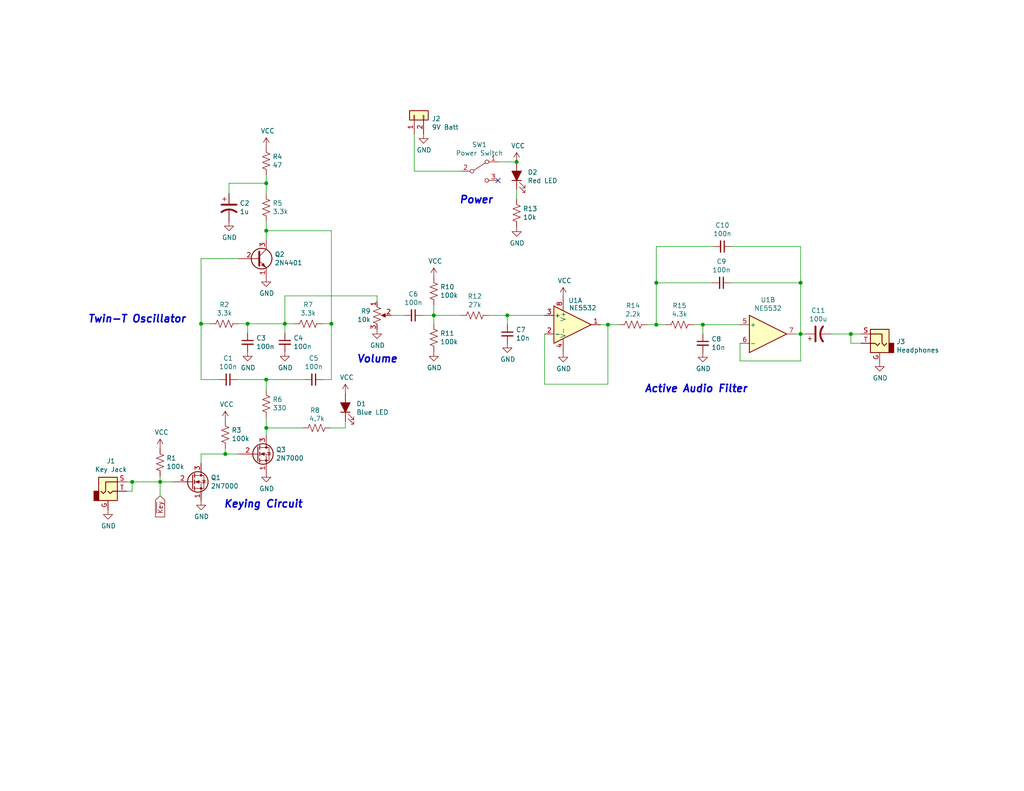
<source format=kicad_sch>
(kicad_sch (version 20230121) (generator eeschema)
  (paper "USLetter")
  (title_block (title "Twin-T Code Practice Oscillator") (date "2021-05-17") (rev "A") (company "Etherkit") (comment 4 "Creative Commons 4.0 CC-BY-SA"))
  (lib_symbols
    (symbol "Amplifier_Operational:NE5532" (pin_names (offset 0.127))
      (property "Reference" "U" (at 0 5.08 0))
      (property "Value" "NE5532" (at 0 -5.08 0))
      (symbol "NE5532_1_1"
        (polyline (pts (xy -5.08 5.08) (xy 5.08 0) (xy -5.08 -5.08) (xy -5.08 5.08)) (stroke (width 0.254)) (fill (type background)))
        (pin output line (at 7.62 0 180) (length 2.54) (name "~") (number "1"))
        (pin input line (at -7.62 -2.54 0) (length 2.54) (name "-") (number "2"))
        (pin input line (at -7.62 2.54 0) (length 2.54) (name "+") (number "3"))
      )
      (symbol "NE5532_2_1"
        (polyline (pts (xy -5.08 5.08) (xy 5.08 0) (xy -5.08 -5.08) (xy -5.08 5.08)) (stroke (width 0.254)) (fill (type background)))
        (pin input line (at -7.62 2.54 0) (length 2.54) (name "+") (number "5"))
        (pin input line (at -7.62 -2.54 0) (length 2.54) (name "-") (number "6"))
        (pin output line (at 7.62 0 180) (length 2.54) (name "~") (number "7"))
      )
      (symbol "NE5532_3_1"
        (pin power_in line (at -2.54 -7.62 90) (length 3.81) (name "V-") (number "4"))
        (pin power_in line (at -2.54 7.62 270) (length 3.81) (name "V+") (number "8"))
      )
    )
    (symbol "Connector_Generic:Conn_01x02" (pin_names (offset 1.016) hide)
      (property "Reference" "J" (at 0 2.54 0))
      (property "Value" "Conn_01x02" (at 0 -5.08 0))
      (symbol "Conn_01x02_1_1"
        (rectangle (start -1.27 -2.413) (end 0 -2.667) (stroke (width 0.1524)))
        (rectangle (start -1.27 0.127) (end 0 -0.127) (stroke (width 0.1524)))
        (rectangle (start -1.27 1.27) (end 1.27 -3.81) (stroke (width 0.254)) (fill (type background)))
        (pin passive line (at -5.08 0 0) (length 3.81) (name "Pin_1") (number "1"))
        (pin passive line (at -5.08 -2.54 0) (length 3.81) (name "Pin_2") (number "2"))
      )
    )
    (symbol "Device:C_Small" (pin_numbers hide) (pin_names (offset 0.254) hide)
      (property "Reference" "C" (at 0.254 1.778 0))
      (property "Value" "C_Small" (at 0.254 -2.032 0))
      (symbol "C_Small_0_1"
        (polyline (pts (xy -1.524 -0.508) (xy 1.524 -0.508)) (stroke (width 0.3302)))
        (polyline (pts (xy -1.524 0.508) (xy 1.524 0.508)) (stroke (width 0.3048)))
      )
      (symbol "C_Small_1_1"
        (pin passive line (at 0 2.54 270) (length 2.032) (name "~") (number "1"))
        (pin passive line (at 0 -2.54 90) (length 2.032) (name "~") (number "2"))
      )
    )
    (symbol "Device:Q_NMOS_SGD" (pin_names (offset 0) hide)
      (property "Reference" "Q" (at 5.08 1.27 0))
      (property "Value" "Q_NMOS_SGD" (at 5.08 -1.27 0))
      (symbol "Q_NMOS_SGD_0_1"
        (polyline (pts (xy 0.254 0) (xy -2.54 0)))
        (polyline (pts (xy 0.254 1.905) (xy 0.254 -1.905)) (stroke (width 0.254)))
        (polyline (pts (xy 0.762 -1.27) (xy 0.762 -2.286)) (stroke (width 0.254)))
        (polyline (pts (xy 0.762 0.508) (xy 0.762 -0.508)) (stroke (width 0.254)))
        (polyline (pts (xy 0.762 2.286) (xy 0.762 1.27)) (stroke (width 0.254)))
        (polyline (pts (xy 2.54 2.54) (xy 2.54 1.778)))
        (polyline (pts (xy 2.54 -2.54) (xy 2.54 0) (xy 0.762 0)))
        (polyline (pts (xy 0.762 -1.778) (xy 3.302 -1.778) (xy 3.302 1.778) (xy 0.762 1.778)))
        (polyline (pts (xy 1.016 0) (xy 2.032 0.381) (xy 2.032 -0.381) (xy 1.016 0)) (fill (type outline)))
        (polyline (pts (xy 2.794 0.508) (xy 2.921 0.381) (xy 3.683 0.381) (xy 3.81 0.254)))
        (polyline (pts (xy 3.302 0.381) (xy 2.921 -0.254) (xy 3.683 -0.254) (xy 3.302 0.381)))
        (circle (center 1.651 0) (radius 2.794) (stroke (width 0.254)))
        (circle (center 2.54 -1.778) (radius 0.254) (fill (type outline)))
        (circle (center 2.54 1.778) (radius 0.254) (fill (type outline)))
      )
      (symbol "Q_NMOS_SGD_1_1"
        (pin passive line (at 2.54 -5.08 90) (length 2.54) (name "S") (number "1"))
        (pin input line (at -5.08 0 0) (length 5.08) (name "G") (number "2"))
        (pin passive line (at 2.54 5.08 270) (length 2.54) (name "D") (number "3"))
      )
    )
    (symbol "Device:Q_NPN_EBC" (pin_names (offset 0) hide)
      (property "Reference" "Q" (at 5.08 1.27 0))
      (property "Value" "Q_NPN_EBC" (at 5.08 -1.27 0))
      (symbol "Q_NPN_EBC_0_1"
        (polyline (pts (xy 0.635 0.635) (xy 2.54 2.54)))
        (polyline (pts (xy 0.635 -0.635) (xy 2.54 -2.54) (xy 2.54 -2.54)))
        (polyline (pts (xy 0.635 1.905) (xy 0.635 -1.905) (xy 0.635 -1.905)) (stroke (width 0.508)))
        (polyline (pts (xy 1.27 -1.778) (xy 1.778 -1.27) (xy 2.286 -2.286) (xy 1.27 -1.778) (xy 1.27 -1.778)) (fill (type outline)))
        (circle (center 1.27 0) (radius 2.8194) (stroke (width 0.254)))
      )
      (symbol "Q_NPN_EBC_1_1"
        (pin passive line (at 2.54 -5.08 90) (length 2.54) (name "E") (number "1"))
        (pin passive line (at -5.08 0 0) (length 5.715) (name "B") (number "2"))
        (pin passive line (at 2.54 5.08 270) (length 2.54) (name "C") (number "3"))
      )
    )
    (symbol "Device:R_US" (pin_numbers hide) (pin_names (offset 0))
      (property "Reference" "R" (at 2.54 0 90))
      (property "Value" "R_US" (at -2.54 0 90))
      (symbol "R_US_0_1"
        (polyline (pts (xy 0 -2.286) (xy 0 -2.54)))
        (polyline (pts (xy 0 2.286) (xy 0 2.54)))
        (polyline (pts (xy 0 -0.762) (xy 1.016 -1.143) (xy 0 -1.524) (xy -1.016 -1.905) (xy 0 -2.286)))
        (polyline (pts (xy 0 0.762) (xy 1.016 0.381) (xy 0 0) (xy -1.016 -0.381) (xy 0 -0.762)))
        (polyline (pts (xy 0 2.286) (xy 1.016 1.905) (xy 0 1.524) (xy -1.016 1.143) (xy 0 0.762)))
      )
      (symbol "R_US_1_1"
        (pin passive line (at 0 3.81 270) (length 1.27) (name "~") (number "1"))
        (pin passive line (at 0 -3.81 90) (length 1.27) (name "~") (number "2"))
      )
    )
    (symbol "Switch:SW_SPDT" (pin_names (offset 0) hide)
      (property "Reference" "SW" (at 0 4.318 0))
      (property "Value" "SW_SPDT" (at 0 -5.08 0))
      (symbol "SW_SPDT_0_0"
        (circle (center -2.032 0) (radius 0.508))
        (circle (center 2.032 -2.54) (radius 0.508))
      )
      (symbol "SW_SPDT_0_1"
        (polyline (pts (xy -1.524 0.254) (xy 1.651 2.286)))
        (circle (center 2.032 2.54) (radius 0.508))
      )
      (symbol "SW_SPDT_1_1"
        (pin passive line (at 5.08 2.54 180) (length 2.54) (name "A") (number "1"))
        (pin passive line (at -5.08 0 0) (length 2.54) (name "B") (number "2"))
        (pin passive line (at 5.08 -2.54 180) (length 2.54) (name "C") (number "3"))
      )
    )
    (symbol "TwinTCPO-rescue:AudioJack2_Ground-Connector"
      (property "Reference" "J" (at 0 8.89 0))
      (property "Value" "Connector_AudioJack2_Ground" (at 0 6.35 0))
      (symbol "AudioJack2_Ground-Connector_0_1"
        (rectangle (start -2.54 -2.54) (end -3.81 0) (stroke (width 0.254)) (fill (type outline)))
        (polyline (pts (xy 0 0) (xy 0.635 -0.635) (xy 1.27 0) (xy 2.54 0)) (stroke (width 0.254)))
        (polyline (pts (xy 2.54 2.54) (xy -0.635 2.54) (xy -0.635 0) (xy -1.27 -0.635) (xy -1.905 0)) (stroke (width 0.254)))
        (rectangle (start 2.54 3.81) (end -2.54 -2.54) (stroke (width 0.254)) (fill (type background)))
      )
      (symbol "AudioJack2_Ground-Connector_1_1"
        (pin passive line (at 0 -5.08 90) (length 2.54) (name "~") (number "G"))
        (pin passive line (at 5.08 2.54 180) (length 2.54) (name "~") (number "S"))
        (pin passive line (at 5.08 0 180) (length 2.54) (name "~") (number "T"))
      )
    )
    (symbol "TwinTCPO-rescue:CP1-Device" (pin_numbers hide) (pin_names (offset 0.254) hide)
      (property "Reference" "C" (at 0.635 2.54 0))
      (property "Value" "Device_CP1" (at 0.635 -2.54 0))
      (symbol "CP1-Device_0_1"
        (polyline (pts (xy -2.032 0.762) (xy 2.032 0.762)) (stroke (width 0.508)))
        (polyline (pts (xy -1.778 2.286) (xy -0.762 2.286)))
        (polyline (pts (xy -1.27 1.778) (xy -1.27 2.794)))
        (arc (start 2.032 -1.27) (mid 0 -0.5572) (end -2.032 -1.27) (stroke (width 0.508)))
      )
      (symbol "CP1-Device_1_1"
        (pin passive line (at 0 3.81 270) (length 2.794) (name "~") (number "1"))
        (pin passive line (at 0 -3.81 90) (length 3.302) (name "~") (number "2"))
      )
    )
    (symbol "TwinTCPO-rescue:LED_ALT-Device" (pin_numbers hide) (pin_names (offset 1.016) hide)
      (property "Reference" "D" (at 0 2.54 0))
      (property "Value" "Device_LED_ALT" (at 0 -2.54 0))
      (symbol "LED_ALT-Device_0_1"
        (polyline (pts (xy -1.27 -1.27) (xy -1.27 1.27)) (stroke (width 0.254)))
        (polyline (pts (xy -1.27 0) (xy 1.27 0)))
        (polyline (pts (xy 1.27 -1.27) (xy 1.27 1.27) (xy -1.27 0) (xy 1.27 -1.27)) (stroke (width 0.254)) (fill (type outline)))
        (polyline (pts (xy -3.048 -0.762) (xy -4.572 -2.286) (xy -3.81 -2.286) (xy -4.572 -2.286) (xy -4.572 -1.524)))
        (polyline (pts (xy -1.778 -0.762) (xy -3.302 -2.286) (xy -2.54 -2.286) (xy -3.302 -2.286) (xy -3.302 -1.524)))
      )
      (symbol "LED_ALT-Device_1_1"
        (pin passive line (at -3.81 0 0) (length 2.54) (name "K") (number "1"))
        (pin passive line (at 3.81 0 180) (length 2.54) (name "A") (number "2"))
      )
    )
    (symbol "TwinTCPO-rescue:R_POT_US-Device" (pin_names (offset 1.016) hide)
      (property "Reference" "RV" (at -4.445 0 90))
      (property "Value" "Device_R_POT_US" (at -2.54 0 90))
      (symbol "R_POT_US-Device_0_1"
        (polyline (pts (xy 0 -2.286) (xy 0 -2.54)))
        (polyline (pts (xy 0 2.54) (xy 0 2.286)))
        (polyline (pts (xy 2.54 0) (xy 1.524 0)))
        (polyline (pts (xy 1.143 0) (xy 2.286 0.508) (xy 2.286 -0.508) (xy 1.143 0)) (fill (type outline)))
        (polyline (pts (xy 0 -0.762) (xy 1.016 -1.143) (xy 0 -1.524) (xy -1.016 -1.905) (xy 0 -2.286)))
        (polyline (pts (xy 0 0.762) (xy 1.016 0.381) (xy 0 0) (xy -1.016 -0.381) (xy 0 -0.762)))
        (polyline (pts (xy 0 2.286) (xy 1.016 1.905) (xy 0 1.524) (xy -1.016 1.143) (xy 0 0.762)))
      )
      (symbol "R_POT_US-Device_1_1"
        (pin passive line (at 0 3.81 270) (length 1.27) (name "1") (number "1"))
        (pin passive line (at 3.81 0 180) (length 1.27) (name "2") (number "2"))
        (pin passive line (at 0 -3.81 90) (length 1.27) (name "3") (number "3"))
      )
    )
    (symbol "power:GND" (power) (pin_names (offset 0))
      (property "Value" "GND" (at 0 -3.81 0))
      (symbol "GND_0_1"
        (polyline (pts (xy 0 0) (xy 0 -1.27) (xy 1.27 -1.27) (xy 0 -2.54) (xy -1.27 -1.27) (xy 0 -1.27)))
      )
      (symbol "GND_1_1"
        (pin power_in line (at 0 0 270) (length 0) hide (name "GND") (number "1"))
      )
    )
    (symbol "power:VCC" (power) (pin_names (offset 0))
      (property "Value" "VCC" (at 0 3.81 0))
      (symbol "VCC_0_1"
        (polyline (pts (xy -0.762 1.27) (xy 0 2.54)))
        (polyline (pts (xy 0 0) (xy 0 2.54)))
        (polyline (pts (xy 0 2.54) (xy 0.762 1.27)))
      )
      (symbol "VCC_1_1"
        (pin power_in line (at 0 0 90) (length 0) hide (name "VCC") (number "1"))
      )
    )
  )
  (junction (at 218.44 77.216))
  (junction (at 165.862 88.646))
  (junction (at 138.43 86.106))
  (junction (at 61.468 123.952))
  (junction (at 140.97 44.196))
  (junction (at 232.156 91.186))
  (junction (at 179.07 77.216))
  (junction (at 72.644 103.632))
  (junction (at 77.724 88.392))
  (junction (at 218.44 91.186))
  (junction (at 43.688 131.572))
  (junction (at 118.364 86.106))
  (junction (at 72.644 50.038))
  (junction (at 36.068 131.572))
  (junction (at 90.424 88.392))
  (junction (at 179.07 88.646))
  (junction (at 54.864 88.392))
  (junction (at 67.564 88.392))
  (junction (at 72.644 116.84))
  (junction (at 191.77 88.646))
  (junction (at 72.644 62.992))
  (no_connect (at 135.89 49.276))
  (wire (pts (xy 179.07 77.216) (xy 179.07 88.646)))
  (wire (pts (xy 113.03 46.736) (xy 125.73 46.736)))
  (wire (pts (xy 201.93 93.726) (xy 201.93 98.552)))
  (wire (pts (xy 77.724 80.772) (xy 77.724 88.392)))
  (wire (pts (xy 218.44 91.186) (xy 219.456 91.186)))
  (wire (pts (xy 199.644 67.31) (xy 218.44 67.31)))
  (wire (pts (xy 232.156 93.726) (xy 232.156 91.186)))
  (wire (pts (xy 36.068 131.572) (xy 34.544 131.572)))
  (wire (pts (xy 62.484 50.038) (xy 72.644 50.038)))
  (wire (pts (xy 36.068 134.112) (xy 36.068 131.572)))
  (wire (pts (xy 94.234 116.84) (xy 90.17 116.84)))
  (wire (pts (xy 138.43 86.106) (xy 133.35 86.106)))
  (wire (pts (xy 102.87 80.772) (xy 77.724 80.772)))
  (wire (pts (xy 67.564 90.932) (xy 67.564 88.392)))
  (wire (pts (xy 113.03 36.576) (xy 113.03 46.736)))
  (wire (pts (xy 90.424 62.992) (xy 90.424 88.392)))
  (wire (pts (xy 194.31 77.216) (xy 179.07 77.216)))
  (wire (pts (xy 43.688 131.572) (xy 36.068 131.572)))
  (wire (pts (xy 72.644 114.046) (xy 72.644 116.84)))
  (wire (pts (xy 234.95 91.186) (xy 232.156 91.186)))
  (wire (pts (xy 234.95 93.726) (xy 232.156 93.726)))
  (wire (pts (xy 118.364 86.106) (xy 115.316 86.106)))
  (wire (pts (xy 165.862 88.646) (xy 168.91 88.646)))
  (wire (pts (xy 77.724 90.932) (xy 77.724 88.392)))
  (wire (pts (xy 43.688 135.382) (xy 43.688 131.572)))
  (wire (pts (xy 61.468 122.428) (xy 61.468 123.952)))
  (wire (pts (xy 54.864 88.392) (xy 54.864 103.632)))
  (wire (pts (xy 118.364 88.392) (xy 118.364 86.106)))
  (wire (pts (xy 57.404 88.392) (xy 54.864 88.392)))
  (wire (pts (xy 62.484 52.832) (xy 62.484 50.038)))
  (wire (pts (xy 218.44 98.552) (xy 218.44 91.186)))
  (wire (pts (xy 217.17 91.186) (xy 218.44 91.186)))
  (wire (pts (xy 176.53 88.646) (xy 179.07 88.646)))
  (wire (pts (xy 54.864 123.952) (xy 54.864 126.492)))
  (wire (pts (xy 72.644 106.426) (xy 72.644 103.632)))
  (wire (pts (xy 94.234 115.062) (xy 94.234 116.84)))
  (wire (pts (xy 218.44 91.186) (xy 218.44 77.216)))
  (wire (pts (xy 191.77 88.646) (xy 201.93 88.646)))
  (wire (pts (xy 189.23 88.646) (xy 191.77 88.646)))
  (wire (pts (xy 118.364 83.312) (xy 118.364 86.106)))
  (wire (pts (xy 72.644 50.038) (xy 72.644 52.832)))
  (wire (pts (xy 72.644 60.452) (xy 72.644 62.992)))
  (wire (pts (xy 148.59 91.186) (xy 148.59 104.902)))
  (wire (pts (xy 47.244 131.572) (xy 43.688 131.572)))
  (wire (pts (xy 82.55 116.84) (xy 72.644 116.84)))
  (wire (pts (xy 102.87 82.296) (xy 102.87 80.772)))
  (wire (pts (xy 87.884 88.392) (xy 90.424 88.392)))
  (wire (pts (xy 140.97 51.816) (xy 140.97 54.356)))
  (wire (pts (xy 72.644 62.992) (xy 72.644 65.532)))
  (wire (pts (xy 110.236 86.106) (xy 106.68 86.106)))
  (wire (pts (xy 194.564 67.31) (xy 179.07 67.31)))
  (wire (pts (xy 125.73 86.106) (xy 118.364 86.106)))
  (wire (pts (xy 163.83 88.646) (xy 165.862 88.646)))
  (wire (pts (xy 191.77 91.186) (xy 191.77 88.646)))
  (wire (pts (xy 72.644 47.752) (xy 72.644 50.038)))
  (wire (pts (xy 138.43 88.646) (xy 138.43 86.106)))
  (wire (pts (xy 72.644 116.84) (xy 72.644 118.872)))
  (wire (pts (xy 67.564 88.392) (xy 77.724 88.392)))
  (wire (pts (xy 65.024 123.952) (xy 61.468 123.952)))
  (wire (pts (xy 179.07 67.31) (xy 179.07 77.216)))
  (wire (pts (xy 43.688 130.048) (xy 43.688 131.572)))
  (wire (pts (xy 218.44 77.216) (xy 199.39 77.216)))
  (wire (pts (xy 54.864 103.632) (xy 59.69 103.632)))
  (wire (pts (xy 83.058 103.632) (xy 72.644 103.632)))
  (wire (pts (xy 148.59 86.106) (xy 138.43 86.106)))
  (wire (pts (xy 90.424 88.392) (xy 90.424 103.632)))
  (wire (pts (xy 135.89 44.196) (xy 140.97 44.196)))
  (wire (pts (xy 165.862 104.902) (xy 165.862 88.646)))
  (wire (pts (xy 54.864 70.612) (xy 54.864 88.392)))
  (wire (pts (xy 218.44 67.31) (xy 218.44 77.216)))
  (wire (pts (xy 34.544 134.112) (xy 36.068 134.112)))
  (wire (pts (xy 148.59 104.902) (xy 165.862 104.902)))
  (wire (pts (xy 65.024 88.392) (xy 67.564 88.392)))
  (wire (pts (xy 77.724 88.392) (xy 80.264 88.392)))
  (wire (pts (xy 179.07 88.646) (xy 181.61 88.646)))
  (wire (pts (xy 201.93 98.552) (xy 218.44 98.552)))
  (wire (pts (xy 61.468 123.952) (xy 54.864 123.952)))
  (wire (pts (xy 72.644 62.992) (xy 90.424 62.992)))
  (wire (pts (xy 232.156 91.186) (xy 227.076 91.186)))
  (wire (pts (xy 72.644 103.632) (xy 64.77 103.632)))
  (wire (pts (xy 65.024 70.612) (xy 54.864 70.612)))
  (wire (pts (xy 90.424 103.632) (xy 88.138 103.632)))
  (text "Power" (at 125.222 55.88 0) (effects (font (size 2.0066 2.0066) (thickness 0.4013) bold italic) (justify left bottom)))
  (text "Keying Circuit" (at 60.96 138.938 0) (effects (font (size 2.0066 2.0066) (thickness 0.4013) bold italic) (justify left bottom)))
  (text "Volume" (at 97.282 99.314 0) (effects (font (size 2.0066 2.0066) (thickness 0.4013) bold italic) (justify left bottom)))
  (text "Active Audio Filter" (at 175.768 107.442 0) (effects (font (size 2.0066 2.0066) (thickness 0.4013) bold italic) (justify left bottom)))
  (text "Twin-T Oscillator" (at 23.876 88.392 0) (effects (font (size 2.0066 2.0066) (thickness 0.4013) bold italic) (justify left bottom)))
  (global_label "~{Key}" (shape input) (at 43.688 135.382 270) (property "Intersheetrefs" "${INTERSHEET_REFS}" (effects hide)))
  (symbol (lib_id "Device:R_US") (at 72.644 43.942 0) (unit 1)
    (property "Reference" "R4" (at 74.3712 42.7736 0) (effects (justify left)))
    (property "Value" "47" (at 74.3712 45.085 0) (effects (justify left)))
    (property "Footprint" "Resistor_THT:R_Axial_DIN0207_L6.3mm_D2.5mm_P7.62mm_Horizontal" (effects hide))
  )
  (symbol (lib_id "Device:R_US") (at 72.644 56.642 0) (unit 1)
    (property "Reference" "R5" (at 74.3712 55.4736 0) (effects (justify left)))
    (property "Value" "3.3k" (at 74.3712 57.785 0) (effects (justify left)))
    (property "Footprint" "Resistor_THT:R_Axial_DIN0207_L6.3mm_D2.5mm_P7.62mm_Horizontal" (effects hide))
  )
  (symbol (lib_id "Device:Q_NPN_EBC") (at 70.104 70.612 0) (unit 1)
    (property "Reference" "Q2" (at 74.93 69.4436 0) (effects (justify left)))
    (property "Value" "2N4401" (at 74.93 71.755 0) (effects (justify left)))
    (property "Footprint" "Package_TO_SOT_THT:TO-92_Inline" (effects hide))
  )
  (symbol (lib_id "TwinTCPO-rescue:CP1-Device") (at 62.484 56.642 0) (unit 1)
    (property "Reference" "C2" (at 65.405 55.4736 0) (effects (justify left)))
    (property "Value" "1u" (at 65.405 57.785 0) (effects (justify left)))
    (property "Footprint" "Capacitor_THT:CP_Radial_D5.0mm_P2.00mm" (effects hide))
  )
  (symbol (lib_id "power:GND") (at 72.644 75.692 0) (unit 1)
    (property "Reference" "#PWR08" (effects hide))
    (property "Value" "GND" (at 72.771 80.0862 0))
  )
  (symbol (lib_id "power:VCC") (at 72.644 40.132 0) (unit 1)
    (property "Reference" "#PWR07" (effects hide))
    (property "Value" "VCC" (at 73.025 35.7378 0))
  )
  (symbol (lib_id "Device:C_Small") (at 67.564 93.472 0) (unit 1)
    (property "Reference" "C3" (at 69.9008 92.3036 0) (effects (justify left)))
    (property "Value" "100n" (at 69.9008 94.615 0) (effects (justify left)))
    (property "Footprint" "Capacitor_THT:C_Disc_D4.3mm_W1.9mm_P5.00mm" (effects hide))
  )
  (symbol (lib_id "Device:C_Small") (at 77.724 93.472 0) (unit 1)
    (property "Reference" "C4" (at 80.0608 92.3036 0) (effects (justify left)))
    (property "Value" "100n" (at 80.0608 94.615 0) (effects (justify left)))
    (property "Footprint" "Capacitor_THT:C_Disc_D4.3mm_W1.9mm_P5.00mm" (effects hide))
  )
  (symbol (lib_id "Device:R_US") (at 61.214 88.392 90) (unit 1)
    (property "Reference" "R2" (at 61.214 83.185 90))
    (property "Value" "3.3k" (at 61.214 85.4964 90))
    (property "Footprint" "Resistor_THT:R_Axial_DIN0207_L6.3mm_D2.5mm_P7.62mm_Horizontal" (effects hide))
  )
  (symbol (lib_id "Device:R_US") (at 84.074 88.392 90) (unit 1)
    (property "Reference" "R7" (at 84.074 83.185 90))
    (property "Value" "3.3k" (at 84.074 85.4964 90))
    (property "Footprint" "Resistor_THT:R_Axial_DIN0207_L6.3mm_D2.5mm_P7.62mm_Horizontal" (effects hide))
  )
  (symbol (lib_id "Device:C_Small") (at 62.23 103.632 270) (unit 1)
    (property "Reference" "C1" (at 62.23 97.8154 90))
    (property "Value" "100n" (at 62.23 100.1268 90))
    (property "Footprint" "Capacitor_THT:C_Disc_D4.3mm_W1.9mm_P5.00mm" (effects hide))
  )
  (symbol (lib_id "Device:C_Small") (at 85.598 103.632 270) (unit 1)
    (property "Reference" "C5" (at 85.598 97.8154 90))
    (property "Value" "100n" (at 85.598 100.1268 90))
    (property "Footprint" "Capacitor_THT:C_Disc_D4.3mm_W1.9mm_P5.00mm" (effects hide))
  )
  (symbol (lib_id "Device:R_US") (at 72.644 110.236 0) (unit 1)
    (property "Reference" "R6" (at 74.3712 109.0676 0) (effects (justify left)))
    (property "Value" "330" (at 74.3712 111.379 0) (effects (justify left)))
    (property "Footprint" "Resistor_THT:R_Axial_DIN0207_L6.3mm_D2.5mm_P7.62mm_Horizontal" (effects hide))
  )
  (symbol (lib_id "Device:Q_NMOS_SGD") (at 70.104 123.952 0) (unit 1)
    (property "Reference" "Q3" (at 75.2856 122.7836 0) (effects (justify left)))
    (property "Value" "2N7000" (at 75.2856 125.095 0) (effects (justify left)))
    (property "Footprint" "Package_TO_SOT_THT:TO-92_Inline" (effects hide))
  )
  (symbol (lib_id "Device:R_US") (at 61.468 118.618 0) (unit 1)
    (property "Reference" "R3" (at 63.1952 117.4496 0) (effects (justify left)))
    (property "Value" "100k" (at 63.1952 119.761 0) (effects (justify left)))
    (property "Footprint" "Resistor_THT:R_Axial_DIN0207_L6.3mm_D2.5mm_P7.62mm_Horizontal" (effects hide))
  )
  (symbol (lib_id "Device:Q_NMOS_SGD") (at 52.324 131.572 0) (unit 1)
    (property "Reference" "Q1" (at 57.5056 130.4036 0) (effects (justify left)))
    (property "Value" "2N7000" (at 57.5056 132.715 0) (effects (justify left)))
    (property "Footprint" "Package_TO_SOT_THT:TO-92_Inline" (effects hide))
  )
  (symbol (lib_id "power:GND") (at 72.644 129.032 0) (unit 1)
    (property "Reference" "#PWR09" (effects hide))
    (property "Value" "GND" (at 72.771 133.4262 0))
  )
  (symbol (lib_id "power:GND") (at 54.864 136.652 0) (unit 1)
    (property "Reference" "#PWR03" (effects hide))
    (property "Value" "GND" (at 54.991 141.0462 0))
  )
  (symbol (lib_id "Device:R_US") (at 43.688 126.238 0) (unit 1)
    (property "Reference" "R1" (at 45.4152 125.0696 0) (effects (justify left)))
    (property "Value" "100k" (at 45.4152 127.381 0) (effects (justify left)))
    (property "Footprint" "Resistor_THT:R_Axial_DIN0207_L6.3mm_D2.5mm_P7.62mm_Horizontal" (effects hide))
  )
  (symbol (lib_id "power:VCC") (at 61.468 114.808 0) (unit 1)
    (property "Reference" "#PWR04" (effects hide))
    (property "Value" "VCC" (at 61.849 110.4138 0))
  )
  (symbol (lib_id "power:VCC") (at 43.688 122.428 0) (unit 1)
    (property "Reference" "#PWR02" (effects hide))
    (property "Value" "VCC" (at 44.069 118.0338 0))
  )
  (symbol (lib_id "TwinTCPO-rescue:AudioJack2_Ground-Connector") (at 29.464 134.112 0) (unit 1)
    (property "Reference" "J1" (at 30.2768 125.857 0))
    (property "Value" "Key Jack" (at 30.2768 128.1684 0))
    (property "Footprint" "EtherkitKicadLibrary:Kycon_STX-3120-3B" (effects hide))
  )
  (symbol (lib_id "power:GND") (at 29.464 139.192 0) (unit 1)
    (property "Reference" "#PWR01" (effects hide))
    (property "Value" "GND" (at 29.591 143.5862 0))
  )
  (symbol (lib_id "power:GND") (at 62.484 60.452 0) (unit 1)
    (property "Reference" "#PWR05" (effects hide))
    (property "Value" "GND" (at 62.611 64.8462 0))
  )
  (symbol (lib_id "power:GND") (at 67.564 96.012 0) (unit 1)
    (property "Reference" "#PWR06" (effects hide))
    (property "Value" "GND" (at 67.691 100.4062 0))
  )
  (symbol (lib_id "power:GND") (at 77.724 96.012 0) (unit 1)
    (property "Reference" "#PWR010" (effects hide))
    (property "Value" "GND" (at 77.851 100.4062 0))
  )
  (symbol (lib_id "TwinTCPO-rescue:R_POT_US-Device") (at 102.87 86.106 0) (unit 1)
    (property "Reference" "R9" (at 101.1428 84.9376 0) (effects (justify right)))
    (property "Value" "10k" (at 101.1428 87.249 0) (effects (justify right)))
    (property "Footprint" "EtherkitKicadLibrary:Piher_N6L25T3N-103-3030" (effects hide))
  )
  (symbol (lib_id "power:GND") (at 102.87 89.916 0) (unit 1)
    (property "Reference" "#PWR012" (effects hide))
    (property "Value" "GND" (at 102.997 94.3102 0))
  )
  (symbol (lib_id "Device:C_Small") (at 112.776 86.106 270) (unit 1)
    (property "Reference" "C6" (at 112.776 80.2894 90))
    (property "Value" "100n" (at 112.776 82.6008 90))
    (property "Footprint" "Capacitor_THT:C_Disc_D4.3mm_W1.9mm_P5.00mm" (effects hide))
  )
  (symbol (lib_id "Device:R_US") (at 118.364 79.502 0) (unit 1)
    (property "Reference" "R10" (at 120.0912 78.3336 0) (effects (justify left)))
    (property "Value" "100k" (at 120.0912 80.645 0) (effects (justify left)))
    (property "Footprint" "Resistor_THT:R_Axial_DIN0207_L6.3mm_D2.5mm_P7.62mm_Horizontal" (effects hide))
  )
  (symbol (lib_id "Device:R_US") (at 118.364 92.202 0) (unit 1)
    (property "Reference" "R11" (at 120.0912 91.0336 0) (effects (justify left)))
    (property "Value" "100k" (at 120.0912 93.345 0) (effects (justify left)))
    (property "Footprint" "Resistor_THT:R_Axial_DIN0207_L6.3mm_D2.5mm_P7.62mm_Horizontal" (effects hide))
  )
  (symbol (lib_id "power:GND") (at 118.364 96.012 0) (unit 1)
    (property "Reference" "#PWR015" (effects hide))
    (property "Value" "GND" (at 118.491 100.4062 0))
  )
  (symbol (lib_id "Device:R_US") (at 129.54 86.106 90) (unit 1)
    (property "Reference" "R12" (at 129.54 80.899 90))
    (property "Value" "27k" (at 129.54 83.2104 90))
    (property "Footprint" "Resistor_THT:R_Axial_DIN0207_L6.3mm_D2.5mm_P7.62mm_Horizontal" (effects hide))
  )
  (symbol (lib_id "Device:C_Small") (at 138.43 91.186 0) (unit 1)
    (property "Reference" "C7" (at 140.7668 90.0176 0) (effects (justify left)))
    (property "Value" "10n" (at 140.7668 92.329 0) (effects (justify left)))
    (property "Footprint" "Capacitor_THT:C_Disc_D4.3mm_W1.9mm_P5.00mm" (effects hide))
  )
  (symbol (lib_id "power:GND") (at 138.43 93.726 0) (unit 1)
    (property "Reference" "#PWR016" (effects hide))
    (property "Value" "GND" (at 138.557 98.1202 0))
  )
  (symbol (lib_id "Amplifier_Operational:NE5532") (at 156.21 88.646 0) (unit 1)
    (property "Reference" "U1" (at 156.972 82.042 0))
    (property "Value" "NE5532" (at 159.004 84.074 0))
    (property "Footprint" "Package_DIP:DIP-8_W7.62mm_LongPads" (effects hide))
    (property "Datasheet" "http://www.ti.com/lit/ds/symlink/ne5532.pdf" (effects hide))
  )
  (symbol (lib_id "Amplifier_Operational:NE5532") (at 156.21 88.646 0) (unit 3)
    (property "Reference" "U1" (effects hide))
    (property "Value" "NE5532" (effects hide))
    (property "Footprint" "Package_DIP:DIP-8_W7.62mm_LongPads" (effects hide))
    (property "Datasheet" "http://www.ti.com/lit/ds/symlink/ne5532.pdf" (effects hide))
  )
  (symbol (lib_id "power:GND") (at 153.67 96.266 0) (unit 1)
    (property "Reference" "#PWR020" (effects hide))
    (property "Value" "GND" (at 153.797 100.6602 0))
  )
  (symbol (lib_id "power:VCC") (at 153.67 81.026 0) (unit 1)
    (property "Reference" "#PWR019" (effects hide))
    (property "Value" "VCC" (at 154.051 76.6318 0))
  )
  (symbol (lib_id "Device:R_US") (at 172.72 88.646 90) (unit 1)
    (property "Reference" "R14" (at 172.72 83.439 90))
    (property "Value" "2.2k" (at 172.72 85.7504 90))
    (property "Footprint" "Resistor_THT:R_Axial_DIN0207_L6.3mm_D2.5mm_P7.62mm_Horizontal" (effects hide))
  )
  (symbol (lib_id "Device:R_US") (at 185.42 88.646 90) (unit 1)
    (property "Reference" "R15" (at 185.42 83.439 90))
    (property "Value" "4.3k" (at 185.42 85.7504 90))
    (property "Footprint" "Resistor_THT:R_Axial_DIN0207_L6.3mm_D2.5mm_P7.62mm_Horizontal" (effects hide))
  )
  (symbol (lib_id "Device:C_Small") (at 191.77 93.726 0) (unit 1)
    (property "Reference" "C8" (at 194.1068 92.5576 0) (effects (justify left)))
    (property "Value" "10n" (at 194.1068 94.869 0) (effects (justify left)))
    (property "Footprint" "Capacitor_THT:C_Disc_D4.3mm_W1.9mm_P5.00mm" (effects hide))
  )
  (symbol (lib_id "power:GND") (at 191.77 96.266 0) (unit 1)
    (property "Reference" "#PWR021" (effects hide))
    (property "Value" "GND" (at 191.897 100.6602 0))
  )
  (symbol (lib_id "Amplifier_Operational:NE5532") (at 209.55 91.186 0) (unit 2)
    (property "Reference" "U1" (at 209.55 81.8642 0))
    (property "Value" "NE5532" (at 209.55 84.1756 0))
    (property "Footprint" "Package_DIP:DIP-8_W7.62mm_LongPads" (effects hide))
    (property "Datasheet" "http://www.ti.com/lit/ds/symlink/ne5532.pdf" (effects hide))
  )
  (symbol (lib_id "TwinTCPO-rescue:CP1-Device") (at 223.266 91.186 90) (unit 1)
    (property "Reference" "C11" (at 223.266 84.7852 90))
    (property "Value" "100u" (at 223.266 87.0966 90))
    (property "Footprint" "Capacitor_THT:CP_Radial_D5.0mm_P2.00mm" (effects hide))
  )
  (symbol (lib_id "power:VCC") (at 118.364 75.692 0) (unit 1)
    (property "Reference" "#PWR014" (effects hide))
    (property "Value" "VCC" (at 118.745 71.2978 0))
  )
  (symbol (lib_id "TwinTCPO-rescue:AudioJack2_Ground-Connector") (at 240.03 93.726 0) (mirror y) (unit 1)
    (property "Reference" "J3" (at 244.602 93.2688 0) (effects (justify right)))
    (property "Value" "Headphones" (at 244.602 95.5802 0) (effects (justify right)))
    (property "Footprint" "EtherkitKicadLibrary:Kycon_STX-3120-3B" (effects hide))
  )
  (symbol (lib_id "Device:C_Small") (at 196.85 77.216 270) (unit 1)
    (property "Reference" "C9" (at 196.85 71.3994 90))
    (property "Value" "100n" (at 196.85 73.7108 90))
    (property "Footprint" "Capacitor_THT:C_Disc_D4.3mm_W1.9mm_P5.00mm" (effects hide))
  )
  (symbol (lib_id "power:GND") (at 240.03 98.806 0) (unit 1)
    (property "Reference" "#PWR022" (effects hide))
    (property "Value" "GND" (at 240.157 103.2002 0))
  )
  (symbol (lib_id "Device:C_Small") (at 197.104 67.31 270) (unit 1)
    (property "Reference" "C10" (at 197.104 61.4934 90))
    (property "Value" "100n" (at 197.104 63.8048 90))
    (property "Footprint" "Capacitor_THT:C_Disc_D4.3mm_W1.9mm_P5.00mm" (effects hide))
  )
  (symbol (lib_id "power:GND") (at 115.57 36.576 0) (unit 1)
    (property "Reference" "#PWR013" (effects hide))
    (property "Value" "GND" (at 115.697 40.9702 0))
  )
  (symbol (lib_id "Switch:SW_SPDT") (at 130.81 46.736 0) (unit 1)
    (property "Reference" "SW1" (at 130.81 39.497 0))
    (property "Value" "Power Switch" (at 130.81 41.8084 0))
    (property "Footprint" "EtherkitKicadLibrary:C&K_OS102011MS2QN1" (effects hide))
  )
  (symbol (lib_id "Device:R_US") (at 140.97 58.166 0) (unit 1)
    (property "Reference" "R13" (at 142.6972 56.9976 0) (effects (justify left)))
    (property "Value" "10k" (at 142.6972 59.309 0) (effects (justify left)))
    (property "Footprint" "Resistor_THT:R_Axial_DIN0207_L6.3mm_D2.5mm_P7.62mm_Horizontal" (effects hide))
  )
  (symbol (lib_id "TwinTCPO-rescue:LED_ALT-Device") (at 140.97 48.006 90) (unit 1)
    (property "Reference" "D2" (at 143.9672 47.0154 90) (effects (justify right)))
    (property "Value" "Red LED" (at 143.9672 49.3268 90) (effects (justify right)))
    (property "Footprint" "LED_THT:LED_D5.0mm" (effects hide))
  )
  (symbol (lib_id "power:VCC") (at 140.97 44.196 0) (unit 1)
    (property "Reference" "#PWR017" (effects hide))
    (property "Value" "VCC" (at 141.351 39.8018 0))
  )
  (symbol (lib_id "power:GND") (at 140.97 61.976 0) (unit 1)
    (property "Reference" "#PWR018" (effects hide))
    (property "Value" "GND" (at 141.097 66.3702 0))
  )
  (symbol (lib_id "Connector_Generic:Conn_01x02") (at 113.03 31.496 90) (unit 1)
    (property "Reference" "J2" (at 117.8052 32.4104 90) (effects (justify right)))
    (property "Value" "9V Batt" (at 117.8052 34.7218 90) (effects (justify right)))
    (property "Footprint" "EtherkitKicadLibrary:Eagle_12BH611-GR" (effects hide))
  )
  (symbol (lib_id "Device:R_US") (at 86.36 116.84 270) (unit 1)
    (property "Reference" "R8" (at 84.582 112.014 90) (effects (justify left)))
    (property "Value" "4.7k" (at 84.328 114.3 90) (effects (justify left)))
    (property "Footprint" "Resistor_THT:R_Axial_DIN0207_L6.3mm_D2.5mm_P7.62mm_Horizontal" (effects hide))
  )
  (symbol (lib_id "TwinTCPO-rescue:LED_ALT-Device") (at 94.234 111.252 90) (unit 1)
    (property "Reference" "D1" (at 97.2312 110.2614 90) (effects (justify right)))
    (property "Value" "Blue LED" (at 97.2312 112.5728 90) (effects (justify right)))
    (property "Footprint" "EtherkitKicadLibrary:Kingbright_AA3528QBS_D09" (effects hide))
  )
  (symbol (lib_id "power:VCC") (at 94.234 107.442 0) (unit 1)
    (property "Reference" "#PWR011" (effects hide))
    (property "Value" "VCC" (at 94.615 103.0478 0))
  )
)
</source>
